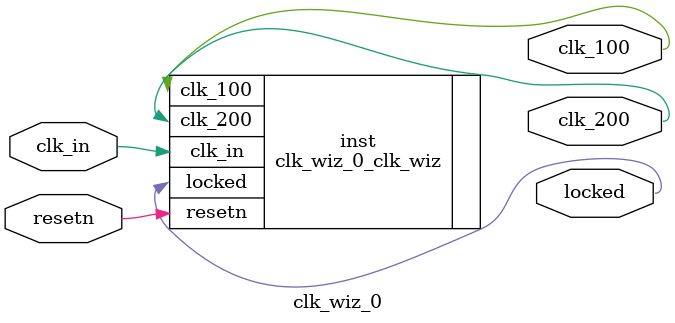
<source format=v>


`timescale 1ps/1ps

(* CORE_GENERATION_INFO = "clk_wiz_0,clk_wiz_v6_0_15_0_0,{component_name=clk_wiz_0,use_phase_alignment=true,use_min_o_jitter=false,use_max_i_jitter=false,use_dyn_phase_shift=false,use_inclk_switchover=false,use_dyn_reconfig=false,enable_axi=0,feedback_source=FDBK_AUTO,PRIMITIVE=MMCM,num_out_clk=2,clkin1_period=10.000,clkin2_period=10.000,use_power_down=false,use_reset=true,use_locked=true,use_inclk_stopped=false,feedback_type=SINGLE,CLOCK_MGR_TYPE=NA,manual_override=false}" *)

module clk_wiz_0 
 (
  // Clock out ports
  output        clk_100,
  output        clk_200,
  // Status and control signals
  input         resetn,
  output        locked,
 // Clock in ports
  input         clk_in
 );

  clk_wiz_0_clk_wiz inst
  (
  // Clock out ports  
  .clk_100(clk_100),
  .clk_200(clk_200),
  // Status and control signals               
  .resetn(resetn), 
  .locked(locked),
 // Clock in ports
  .clk_in(clk_in)
  );

endmodule

</source>
